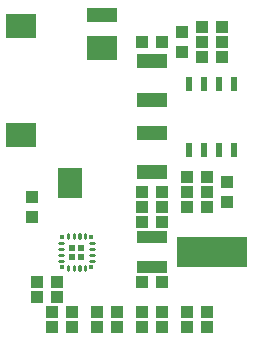
<source format=gbr>
G04 EAGLE Gerber RS-274X export*
G75*
%MOMM*%
%FSLAX34Y34*%
%LPD*%
%INSolderpaste Top*%
%IPPOS*%
%AMOC8*
5,1,8,0,0,1.08239X$1,22.5*%
G01*
%ADD10C,0.266000*%
%ADD11R,0.340000X0.340000*%
%ADD12R,0.575000X0.588000*%
%ADD13R,0.572000X0.611000*%
%ADD14R,0.607000X0.610000*%
%ADD15R,0.614000X0.594000*%
%ADD16R,2.500000X1.000000*%
%ADD17R,6.000000X2.500000*%
%ADD18R,1.100000X1.000000*%
%ADD19R,1.000000X1.100000*%
%ADD20R,0.600000X1.200000*%
%ADD21R,2.500000X1.200000*%
%ADD22R,2.500000X2.000000*%
%ADD23R,2.000000X2.500000*%


D10*
X68770Y86530D02*
X68630Y86530D01*
X68630Y89970D01*
X68770Y89970D01*
X68770Y86530D01*
X68770Y89057D02*
X68630Y89057D01*
X73630Y86530D02*
X73770Y86530D01*
X73630Y86530D02*
X73630Y89970D01*
X73770Y89970D01*
X73770Y86530D01*
X73770Y89057D02*
X73630Y89057D01*
X78630Y86530D02*
X78770Y86530D01*
X78630Y86530D02*
X78630Y89970D01*
X78770Y89970D01*
X78770Y86530D01*
X78770Y89057D02*
X78630Y89057D01*
X83630Y86530D02*
X83770Y86530D01*
X83630Y86530D02*
X83630Y89970D01*
X83770Y89970D01*
X83770Y86530D01*
X83770Y89057D02*
X83630Y89057D01*
D11*
X88850Y88950D03*
D10*
X87830Y94030D02*
X87830Y94170D01*
X91270Y94170D01*
X91270Y94030D01*
X87830Y94030D01*
X87830Y99030D02*
X87830Y99170D01*
X91270Y99170D01*
X91270Y99030D01*
X87830Y99030D01*
X87830Y104030D02*
X87830Y104170D01*
X91270Y104170D01*
X91270Y104030D01*
X87830Y104030D01*
X87830Y109030D02*
X87830Y109170D01*
X91270Y109170D01*
X91270Y109030D01*
X87830Y109030D01*
D11*
X88850Y114250D03*
D10*
X83770Y116670D02*
X83630Y116670D01*
X83770Y116670D02*
X83770Y113230D01*
X83630Y113230D01*
X83630Y116670D01*
X83630Y115757D02*
X83770Y115757D01*
X78770Y116670D02*
X78630Y116670D01*
X78770Y116670D02*
X78770Y113230D01*
X78630Y113230D01*
X78630Y116670D01*
X78630Y115757D02*
X78770Y115757D01*
X73770Y116670D02*
X73630Y116670D01*
X73770Y116670D02*
X73770Y113230D01*
X73630Y113230D01*
X73630Y116670D01*
X73630Y115757D02*
X73770Y115757D01*
X68770Y116670D02*
X68630Y116670D01*
X68770Y116670D02*
X68770Y113230D01*
X68630Y113230D01*
X68630Y116670D01*
X68630Y115757D02*
X68770Y115757D01*
D11*
X63550Y114250D03*
D10*
X64570Y109170D02*
X64570Y109030D01*
X61130Y109030D01*
X61130Y109170D01*
X64570Y109170D01*
X64570Y104170D02*
X64570Y104030D01*
X61130Y104030D01*
X61130Y104170D01*
X64570Y104170D01*
X64570Y99170D02*
X64570Y99030D01*
X61130Y99030D01*
X61130Y99170D01*
X64570Y99170D01*
X64570Y94170D02*
X64570Y94030D01*
X61130Y94030D01*
X61130Y94170D01*
X64570Y94170D01*
D11*
X63550Y88850D03*
D12*
X72315Y97550D03*
D13*
X72300Y105145D03*
D14*
X79955Y105110D03*
D15*
X79890Y97650D03*
D16*
X139700Y114300D03*
X139700Y88900D03*
D17*
X190500Y101600D03*
D18*
X131200Y139700D03*
X148200Y139700D03*
D19*
X38100Y131200D03*
X38100Y148200D03*
D18*
X148200Y127000D03*
X131200Y127000D03*
X148200Y76200D03*
X131200Y76200D03*
X59300Y76200D03*
X42300Y76200D03*
X42300Y63500D03*
X59300Y63500D03*
X72000Y50800D03*
X55000Y50800D03*
X93100Y50800D03*
X110100Y50800D03*
X148200Y50800D03*
X131200Y50800D03*
D20*
X171450Y187900D03*
X184150Y187900D03*
X196850Y187900D03*
X209550Y187900D03*
X209550Y243900D03*
X196850Y243900D03*
X184150Y243900D03*
X171450Y243900D03*
D18*
X186300Y152400D03*
X169300Y152400D03*
D19*
X165100Y287900D03*
X165100Y270900D03*
X203200Y160900D03*
X203200Y143900D03*
D21*
X139700Y168920D03*
X139700Y201920D03*
X139700Y262880D03*
X139700Y229880D03*
D18*
X199000Y279400D03*
X182000Y279400D03*
X169300Y165100D03*
X186300Y165100D03*
X182000Y266700D03*
X199000Y266700D03*
X186300Y139700D03*
X169300Y139700D03*
X199000Y292100D03*
X182000Y292100D03*
X169300Y50800D03*
X186300Y50800D03*
X169300Y38100D03*
X186300Y38100D03*
X148200Y38100D03*
X131200Y38100D03*
X93100Y38100D03*
X110100Y38100D03*
X72000Y38100D03*
X55000Y38100D03*
X148200Y152400D03*
X131200Y152400D03*
X148200Y279400D03*
X131200Y279400D03*
D22*
X29000Y292500D03*
X29000Y200500D03*
X98000Y274500D03*
D23*
X71000Y160000D03*
D21*
X98000Y302500D03*
M02*

</source>
